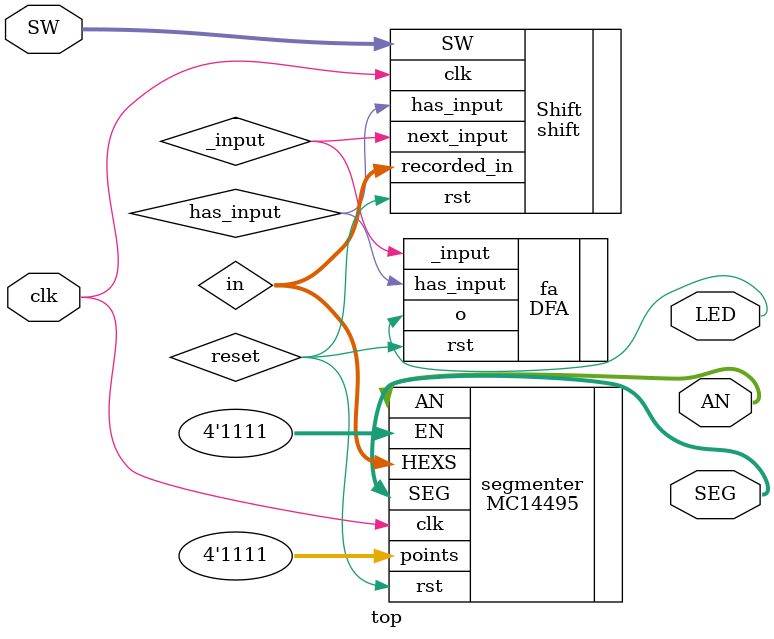
<source format=v>
`timescale 1ns / 1ps


module top(
    input [1:0] SW,
    input clk,
    output [7:0] SEG,
    output [3:0] AN,
    output LED
    );
    
    wire [15:0] in;
    wire has_input;
    wire _input;
    wire reset;
    
    MC14495 segmenter(.AN(AN), .EN(4'b1111), .HEXS(in), .SEG(SEG), .clk(clk), .points(4'b1111), .rst(reset));
    shift Shift(.SW(SW), .rst(reset), .clk(clk), .recorded_in(in), .has_input(has_input), .next_input(_input));
    
    DFA fa(.has_input(has_input), ._input(_input), .rst(reset), .o(LED));
    
endmodule

</source>
